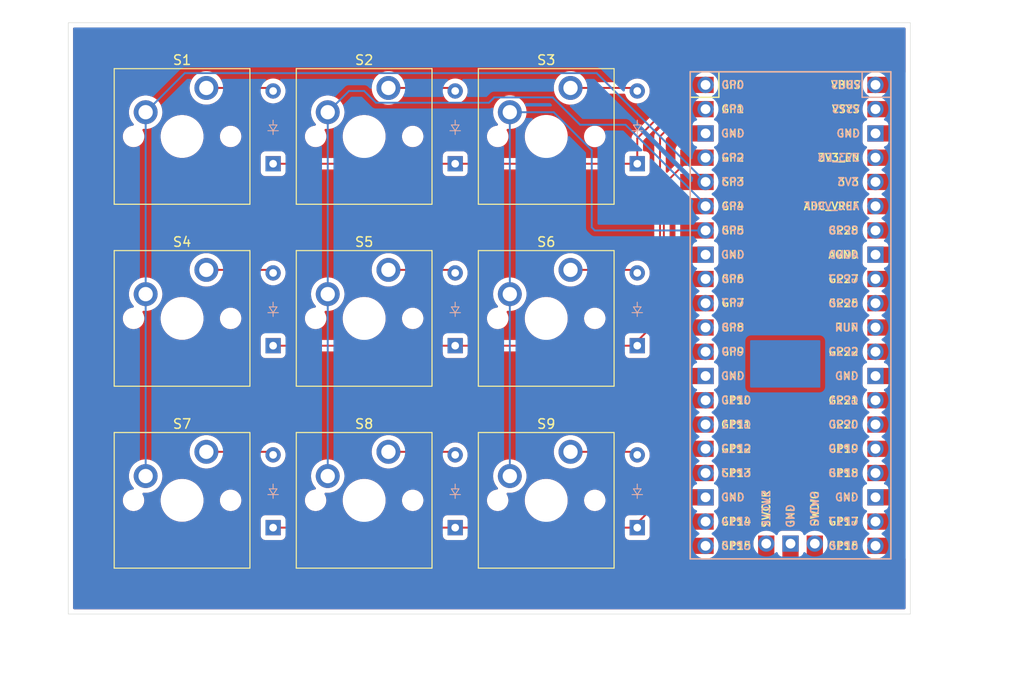
<source format=kicad_pcb>
(kicad_pcb (version 20240108) (generator "pcbnew") (generator_version "8.0")
  (layers (0 "F.Cu" signal) (31 "B.Cu" signal) (34 "B.Paste" user) (35 "F.Paste" user) (36 "B.SilkS" user "B.Silkscreen") (37 "F.SilkS" user "F.Silkscreen") (38 "B.Mask" user) (39 "F.Mask" user) (44 "Edge.Cuts" user))
  (net 0 "")
  (net 1 "row0")
  (net 2 "Net-(D1-A)")
  (net 3 "Net-(D2-A)")
  (net 4 "Net-(D3-A)")
  (net 5 "row1")
  (net 6 "Net-(D4-A)")
  (net 7 "Net-(D5-A)")
  (net 8 "Net-(D6-A)")
  (net 9 "row2")
  (net 10 "Net-(D7-A)")
  (net 11 "Net-(D8-A)")
  (net 12 "Net-(D9-A)")
  (net 13 "col0")
  (net 14 "col1")
  (net 15 "col2")
  (footprint "ScottoKeebs_MX:MX_PCB_1.00u" (layer "F.Cu") (at 173.37 95.10625)
    (property "Reference" "S6" (at 0 -8 0) (layer "F.SilkS"))
    (property "Value" "Keyswitch")
    (fp_line (start -7.1 -7.1) (end -7.1 7.1) (stroke (width 0.12)) (layer "F.SilkS"))
    (fp_line (start -7.1 7.1) (end 7.1 7.1) (stroke (width 0.12)) (layer "F.SilkS"))
    (fp_line (start 7.1 -7.1) (end -7.1 -7.1) (stroke (width 0.12)) (layer "F.SilkS"))
    (fp_line (start 7.1 7.1) (end 7.1 -7.1) (stroke (width 0.12)) (layer "F.SilkS"))
    (pad "" np_thru_hole circle (at -5.08 0) (size 1.75 1.75) (drill 1.75) (layers "*.Cu" "*.Mask"))
    (pad "" np_thru_hole circle (at 0 0) (size 4 4) (drill 4) (layers "*.Cu" "*.Mask"))
    (pad "" np_thru_hole circle (at 5.08 0) (size 1.75 1.75) (drill 1.75) (layers "*.Cu" "*.Mask"))
    (pad "1" thru_hole circle (at -3.81 -2.54) (size 2.5 2.5) (drill 1.5) (layers "*.Cu" "*.Mask") (net 15 "col2"))
    (pad "2" thru_hole circle (at 2.54 -5.08) (size 2.5 2.5) (drill 1.5) (layers "*.Cu" "*.Mask") (net 8 "Net-(D6-A)"))
  )
  (footprint "ScottoKeebs_MX:MX_PCB_1.00u" (layer "F.Cu") (at 154.32 114.15625)
    (property "Reference" "S8" (at 0 -8 0) (layer "F.SilkS"))
    (property "Value" "Keyswitch")
    (fp_line (start -7.1 -7.1) (end -7.1 7.1) (stroke (width 0.12)) (layer "F.SilkS"))
    (fp_line (start -7.1 7.1) (end 7.1 7.1) (stroke (width 0.12)) (layer "F.SilkS"))
    (fp_line (start 7.1 -7.1) (end -7.1 -7.1) (stroke (width 0.12)) (layer "F.SilkS"))
    (fp_line (start 7.1 7.1) (end 7.1 -7.1) (stroke (width 0.12)) (layer "F.SilkS"))
    (pad "" np_thru_hole circle (at -5.08 0) (size 1.75 1.75) (drill 1.75) (layers "*.Cu" "*.Mask"))
    (pad "" np_thru_hole circle (at 0 0) (size 4 4) (drill 4) (layers "*.Cu" "*.Mask"))
    (pad "" np_thru_hole circle (at 5.08 0) (size 1.75 1.75) (drill 1.75) (layers "*.Cu" "*.Mask"))
    (pad "1" thru_hole circle (at -3.81 -2.54) (size 2.5 2.5) (drill 1.5) (layers "*.Cu" "*.Mask") (net 14 "col1"))
    (pad "2" thru_hole circle (at 2.54 -5.08) (size 2.5 2.5) (drill 1.5) (layers "*.Cu" "*.Mask") (net 11 "Net-(D8-A)"))
  )
  (footprint "ScottoKeebs_MX:MX_PCB_1.00u" (layer "F.Cu") (at 135.27 76.05625)
    (property "Reference" "S1" (at 0 -8 0) (layer "F.SilkS"))
    (property "Value" "Keyswitch")
    (fp_line (start -7.1 -7.1) (end -7.1 7.1) (stroke (width 0.12)) (layer "F.SilkS"))
    (fp_line (start -7.1 7.1) (end 7.1 7.1) (stroke (width 0.12)) (layer "F.SilkS"))
    (fp_line (start 7.1 -7.1) (end -7.1 -7.1) (stroke (width 0.12)) (layer "F.SilkS"))
    (fp_line (start 7.1 7.1) (end 7.1 -7.1) (stroke (width 0.12)) (layer "F.SilkS"))
    (pad "" np_thru_hole circle (at -5.08 0) (size 1.75 1.75) (drill 1.75) (layers "*.Cu" "*.Mask"))
    (pad "" np_thru_hole circle (at 0 0) (size 4 4) (drill 4) (layers "*.Cu" "*.Mask"))
    (pad "" np_thru_hole circle (at 5.08 0) (size 1.75 1.75) (drill 1.75) (layers "*.Cu" "*.Mask"))
    (pad "1" thru_hole circle (at -3.81 -2.54) (size 2.5 2.5) (drill 1.5) (layers "*.Cu" "*.Mask") (net 13 "col0"))
    (pad "2" thru_hole circle (at 2.54 -5.08) (size 2.5 2.5) (drill 1.5) (layers "*.Cu" "*.Mask") (net 2 "Net-(D1-A)"))
  )
  (footprint "ScottoKeebs_MX:MX_PCB_1.00u" (layer "F.Cu") (at 154.32 95.10625)
    (property "Reference" "S5" (at 0 -8 0) (layer "F.SilkS"))
    (property "Value" "Keyswitch")
    (fp_line (start -7.1 -7.1) (end -7.1 7.1) (stroke (width 0.12)) (layer "F.SilkS"))
    (fp_line (start -7.1 7.1) (end 7.1 7.1) (stroke (width 0.12)) (layer "F.SilkS"))
    (fp_line (start 7.1 -7.1) (end -7.1 -7.1) (stroke (width 0.12)) (layer "F.SilkS"))
    (fp_line (start 7.1 7.1) (end 7.1 -7.1) (stroke (width 0.12)) (layer "F.SilkS"))
    (pad "" np_thru_hole circle (at -5.08 0) (size 1.75 1.75) (drill 1.75) (layers "*.Cu" "*.Mask"))
    (pad "" np_thru_hole circle (at 0 0) (size 4 4) (drill 4) (layers "*.Cu" "*.Mask"))
    (pad "" np_thru_hole circle (at 5.08 0) (size 1.75 1.75) (drill 1.75) (layers "*.Cu" "*.Mask"))
    (pad "1" thru_hole circle (at -3.81 -2.54) (size 2.5 2.5) (drill 1.5) (layers "*.Cu" "*.Mask") (net 14 "col1"))
    (pad "2" thru_hole circle (at 2.54 -5.08) (size 2.5 2.5) (drill 1.5) (layers "*.Cu" "*.Mask") (net 7 "Net-(D5-A)"))
  )
  (footprint "ScottoKeebs_MX:MX_PCB_1.00u" (layer "F.Cu") (at 154.32 76.05625)
    (property "Reference" "S2" (at 0 -8 0) (layer "F.SilkS"))
    (property "Value" "Keyswitch")
    (fp_line (start -7.1 -7.1) (end -7.1 7.1) (stroke (width 0.12)) (layer "F.SilkS"))
    (fp_line (start -7.1 7.1) (end 7.1 7.1) (stroke (width 0.12)) (layer "F.SilkS"))
    (fp_line (start 7.1 -7.1) (end -7.1 -7.1) (stroke (width 0.12)) (layer "F.SilkS"))
    (fp_line (start 7.1 7.1) (end 7.1 -7.1) (stroke (width 0.12)) (layer "F.SilkS"))
    (pad "" np_thru_hole circle (at -5.08 0) (size 1.75 1.75) (drill 1.75) (layers "*.Cu" "*.Mask"))
    (pad "" np_thru_hole circle (at 0 0) (size 4 4) (drill 4) (layers "*.Cu" "*.Mask"))
    (pad "" np_thru_hole circle (at 5.08 0) (size 1.75 1.75) (drill 1.75) (layers "*.Cu" "*.Mask"))
    (pad "1" thru_hole circle (at -3.81 -2.54) (size 2.5 2.5) (drill 1.5) (layers "*.Cu" "*.Mask") (net 14 "col1"))
    (pad "2" thru_hole circle (at 2.54 -5.08) (size 2.5 2.5) (drill 1.5) (layers "*.Cu" "*.Mask") (net 3 "Net-(D2-A)"))
  )
  (footprint "ScottoKeebs_MX:MX_PCB_1.00u" (layer "F.Cu") (at 173.37 76.05625)
    (property "Reference" "S3" (at 0 -8 0) (layer "F.SilkS"))
    (property "Value" "Keyswitch")
    (fp_line (start -7.1 -7.1) (end -7.1 7.1) (stroke (width 0.12)) (layer "F.SilkS"))
    (fp_line (start -7.1 7.1) (end 7.1 7.1) (stroke (width 0.12)) (layer "F.SilkS"))
    (fp_line (start 7.1 -7.1) (end -7.1 -7.1) (stroke (width 0.12)) (layer "F.SilkS"))
    (fp_line (start 7.1 7.1) (end 7.1 -7.1) (stroke (width 0.12)) (layer "F.SilkS"))
    (pad "" np_thru_hole circle (at -5.08 0) (size 1.75 1.75) (drill 1.75) (layers "*.Cu" "*.Mask"))
    (pad "" np_thru_hole circle (at 0 0) (size 4 4) (drill 4) (layers "*.Cu" "*.Mask"))
    (pad "" np_thru_hole circle (at 5.08 0) (size 1.75 1.75) (drill 1.75) (layers "*.Cu" "*.Mask"))
    (pad "1" thru_hole circle (at -3.81 -2.54) (size 2.5 2.5) (drill 1.5) (layers "*.Cu" "*.Mask") (net 15 "col2"))
    (pad "2" thru_hole circle (at 2.54 -5.08) (size 2.5 2.5) (drill 1.5) (layers "*.Cu" "*.Mask") (net 4 "Net-(D3-A)"))
  )
  (footprint "ScottoKeebs_MCU:Raspberry_Pi_Pico" (layer "F.Cu") (at 198.92875 94.78875)
    (property "Reference" "U1" (hide yes))
    (property "Value" "Raspberry_Pi_Pico" (hide yes))
    (fp_line (start -10.5 -25.5) (end -10.5 25.5) (stroke (width 0.15)) (layer "B.SilkS"))
    (fp_line (start -10.5 25.5) (end 10.5 25.5) (stroke (width 0.15)) (layer "B.SilkS"))
    (fp_line (start 7.493 -22.833) (end 7.493 -25.5) (stroke (width 0.15)) (layer "B.SilkS"))
    (fp_line (start 10.5 -25.5) (end -10.5 -25.5) (stroke (width 0.15)) (layer "B.SilkS"))
    (fp_line (start 10.5 -25.5) (end 10.5 25.5) (stroke (width 0.15)) (layer "B.SilkS"))
    (fp_line (start 10.5 -22.833) (end 7.493 -22.833) (stroke (width 0.15)) (layer "B.SilkS"))
    (fp_line (start -10.5 -25.5) (end -10.5 25.5) (stroke (width 0.15)) (layer "F.SilkS"))
    (fp_line (start -10.5 -25.5) (end 10.5 -25.5) (stroke (width 0.15)) (layer "F.SilkS"))
    (fp_line (start -10.5 -22.833) (end -7.493 -22.833) (stroke (width 0.15)) (layer "F.SilkS"))
    (fp_line (start -7.493 -22.833) (end -7.493 -25.5) (stroke (width 0.15)) (layer "F.SilkS"))
    (fp_line (start 10.5 -25.5) (end 10.5 25.5) (stroke (width 0.15)) (layer "F.SilkS"))
    (fp_line (start 10.5 25.5) (end -10.5 25.5) (stroke (width 0.15)) (layer "F.SilkS"))
    (fp_text user "GP17" (at 5.54 21.59 0) (layer "B.SilkS") (effects (font (size 0.8 0.8)) (justify mirror)))
    (fp_text user "VBUS" (at 5.79 -24.13 0) (layer "B.SilkS") (effects (font (size 0.8 0.8)) (justify mirror)))
    (fp_text user "GP14" (at -5.69 21.59 0) (layer "B.SilkS") (effects (font (size 0.8 0.8)) (justify mirror)))
    (fp_text user "GND" (at -6.04 6.35 0) (layer "B.SilkS") (effects (font (size 0.8 0.8)) (justify mirror)))
    (fp_text user "GP28" (at 5.54 -8.89 0) (layer "B.SilkS") (effects (font (size 0.8 0.8)) (justify mirror)))
    (fp_text user "ADC_VREF" (at 4.29 -11.43 0) (layer "B.SilkS") (effects (font (size 0.8 0.8)) (justify mirror)))
    (fp_text user "GP21" (at 5.54 8.9 0) (layer "B.SilkS") (effects (font (size 0.8 0.8)) (justify mirror)))
    (fp_text user "GP6" (at -6.04 -3.81 0) (layer "B.SilkS") (effects (font (size 0.8 0.8)) (justify mirror)))
    (fp_text user "GP19" (at 5.54 13.97 0) (layer "B.SilkS") (effects (font (size 0.8 0.8)) (justify mirror)))
    (fp_text user "GP2" (at -6.04 -16.51 0) (layer "B.SilkS") (effects (font (size 0.8 0.8)) (justify mirror)))
    (fp_text user "GND" (at 0 21 -90) (layer "B.SilkS") (effects (font (size 0.8 0.8)) (justify mirror)))
    (fp_text user "3V3_EN" (at 5.04 -16.51 0) (layer "B.SilkS") (effects (font (size 0.8 0.8)) (justify mirror)))
    (fp_text user "AGND" (at 5.54 -6.35 0) (layer "B.SilkS") (effects (font (size 0.8 0.8)) (justify mirror)))
    (fp_text user "GP11" (at -5.69 11.43 0) (layer "B.SilkS") (effects (font (size 0.8 0.8)) (justify mirror)))
    (fp_text user "GP8" (at -6.04 1.27 0) (layer "B.SilkS") (effects (font (size 0.8 0.8)) (justify mirror)))
    (fp_text user "GP0" (at -6.04 -24.13 0) (layer "B.SilkS") (effects (font (size 0.8 0.8)) (justify mirror)))
    (fp_text user "GP7" (at -6.04 -1.3 0) (layer "B.SilkS") (effects (font (size 0.8 0.8)) (justify mirror)))
    (fp_text user "GP20" (at 5.54 11.43 0) (layer "B.SilkS") (effects (font (size 0.8 0.8)) (justify mirror)))
    (fp_text user "GND" (at -6.04 -6.35 0) (layer "B.SilkS") (effects (font (size 0.8 0.8)) (justify mirror)))
    (fp_text user "GP9" (at -6.04 3.81 0) (layer "B.SilkS") (effects (font (size 0.8 0.8)) (justify mirror)))
    (fp_text user "GP22" (at 5.54 3.81 0) (layer "B.SilkS") (effects (font (size 0.8 0.8)) (justify mirror)))
    (fp_text user "3V3" (at 6.04 -13.97 0) (layer "B.SilkS") (effects (font (size 0.8 0.8)) (justify mirror)))
    (fp_text user "SWDIO" (at 2.54 20.25 -90) (layer "B.SilkS") (effects (font (size 0.8 0.8)) (justify mirror)))
    (fp_text user "GND" (at 6.04 -19.05 0) (layer "B.SilkS") (effects (font (size 0.8 0.8)) (justify mirror)))
    (fp_text user "GP15" (at -5.69 24.13 0) (layer "B.SilkS") (effects (font (size 0.8 0.8)) (justify mirror)))
    (fp_text user "GND" (at 5.89 19.05 0) (layer "B.SilkS") (effects (font (size 0.8 0.8)) (justify mirror)))
    (fp_text user "GP12" (at -5.69 13.97 0) (layer "B.SilkS") (effects (font (size 0.8 0.8)) (justify mirror)))
    (fp_text user "SWCLK" (at -2.54 20.25 -90) (layer "B.SilkS") (effects (font (size 0.8 0.8)) (justify mirror)))
    (fp_text user "GND" (at -6.04 19.05 0) (layer "B.SilkS") (effects (font (size 0.8 0.8)) (justify mirror)))
    (fp_text user "GND" (at -6.04 -19.05 0) (layer "B.SilkS") (effects (font (size 0.8 0.8)) (justify mirror)))
    (fp_text user "GP18" (at 5.54 16.51 0) (layer "B.SilkS") (effects (font (size 0.8 0.8)) (justify mirror)))
    (fp_text user "GP1" (at -6.04 -21.6 0) (layer "B.SilkS") (effects (font (size 0.8 0.8)) (justify mirror)))
    (fp_text user "GP16" (at 5.54 24.13 0) (layer "B.SilkS") (effects (font (size 0.8 0.8)) (justify mirror)))
    (fp_text user "GP27" (at 5.54 -3.8 0) (layer "B.SilkS") (effects (font (size 0.8 0.8)) (justify mirror)))
    (fp_text user "GND" (at 5.89 6.35 0) (layer "B.SilkS") (effects (font (size 0.8 0.8)) (justify mirror)))
    (fp_text user "GP4" (at -6.04 -11.43 0) (layer "B.SilkS") (effects (font (size 0.8 0.8)) (justify mirror)))
    (fp_text user "VSYS" (at 5.79 -21.59 0) (layer "B.SilkS") (effects (font (size 0.8 0.8)) (justify mirror)))
    (fp_text user "GP5" (at -6.04 -8.89 0) (layer "B.SilkS") (effects (font (size 0.8 0.8)) (justify mirror)))
    (fp_text user "GP3" (at -6.04 -13.97 0) (layer "B.SilkS") (effects (font (size 0.8 0.8)) (justify mirror)))
    (fp_text user "RUN" (at 5.89 1.27 0) (layer "B.SilkS") (effects (font (size 0.8 0.8)) (justify mirror)))
    (fp_text user "GP26" (at 5.54 -1.27 0) (layer "B.SilkS") (effects (font (size 0.8 0.8)) (justify mirror)))
    (fp_text user "GP10" (at -5.69 8.89 0) (layer "B.SilkS") (effects (font (size 0.8 0.8)) (justify mirror)))
    (fp_text user "GP13" (at -5.69 16.51 0) (layer "B.SilkS") (effects (font (size 0.8 0.8)) (justify mirror)))
    (fp_text user "SWDIO" (at 2.54 20.25 90) (layer "F.SilkS") (effects (font (size 0.8 0.8))))
    (fp_text user "GP5" (at -6.04 -8.89 0) (layer "F.SilkS") (effects (font (size 0.8 0.8))))
    (fp_text user "GP9" (at -6.04 3.81 0) (layer "F.SilkS") (effects (font (size 0.8 0.8))))
    (fp_text user "GP3" (at -6.04 -13.97 0) (layer "F.SilkS") (effects (font (size 0.8 0.8))))
    (fp_text user "VBUS" (at 5.79 -24.13 0) (layer "F.SilkS") (effects (font (size 0.8 0.8))))
    (fp_text user "GP1" (at -6.04 -21.6 0) (layer "F.SilkS") (effects (font (size 0.8 0.8))))
    (fp_text user "3V3" (at 6.04 -13.97 0) (layer "F.SilkS") (effects (font (size 0.8 0.8))))
    (fp_text user "GP12" (at -5.69 13.97 0) (layer "F.SilkS") (effects (font (size 0.8 0.8))))
    (fp_text user "GP10" (at -5.69 8.89 0) (layer "F.SilkS") (effects (font (size 0.8 0.8))))
    (fp_text user "GP21" (at 5.54 8.9 0) (layer "F.SilkS") (effects (font (size 0.8 0.8))))
    (fp_text user "GP0" (at -6.04 -24.13 0) (layer "F.SilkS") (effects (font (size 0.8 0.8))))
    (fp_text user "GP16" (at 5.54 24.13 0) (layer "F.SilkS") (effects (font (size 0.8 0.8))))
    (fp_text user "GP17" (at 5.54 21.59 0) (layer "F.SilkS") (effects (font (size 0.8 0.8))))
    (fp_text user "ADC_VREF" (at 4.29 -11.43 0) (layer "F.SilkS") (effects (font (size 0.8 0.8))))
    (fp_text user "AGND" (at 5.54 -6.35 0) (layer "F.SilkS") (effects (font (size 0.8 0.8))))
    (fp_text user "GND" (at -6.04 -19.05 0) (layer "F.SilkS") (effects (font (size 0.8 0.8))))
    (fp_text user "GND" (at 6.04 -19.05 0) (layer "F.SilkS") (effects (font (size 0.8 0.8))))
    (fp_text user "GND" (at -6.04 6.35 0) (layer "F.SilkS") (effects (font (size 0.8 0.8))))
    (fp_text user "GP19" (at 5.54 13.97 0) (layer "F.SilkS") (effects (font (size 0.8 0.8))))
    (fp_text user "GP13" (at -5.69 16.51 0) (layer "F.SilkS") (effects (font (size 0.8 0.8))))
    (fp_text user "GP20" (at 5.54 11.43 0) (layer "F.SilkS") (effects (font (size 0.8 0.8))))
    (fp_text user "GP26" (at 5.54 -1.27 0) (layer "F.SilkS") (effects (font (size 0.8 0.8))))
    (fp_text user "GP27" (at 5.54 -3.8 0) (layer "F.SilkS") (effects (font (size 0.8 0.8))))
    (fp_text user "GP2" (at -6.04 -16.51 0) (layer "F.SilkS") (effects (font (size 0.8 0.8))))
    (fp_text user "GP28" (at 5.54 -8.89 0) (layer "F.SilkS") (effects (font (size 0.8 0.8))))
    (fp_text user "RUN" (at 5.89 1.27 0) (layer "F.SilkS") (effects (font (size 0.8 0.8))))
    (fp_text user "3V3_EN" (at 5.04 -16.51 0) (layer "F.SilkS") (effects (font (size 0.8 0.8))))
    (fp_text user "GND" (at -6.04 19.05 0) (layer "F.SilkS") (effects (font (size 0.8 0.8))))
    (fp_text user "GP11" (at -5.69 11.43 0) (layer "F.SilkS") (effects (font (size 0.8 0.8))))
    (fp_text user "SWCLK" (at -2.54 20.25 90) (layer "F.SilkS") (effects (font (size 0.8 0.8))))
    (fp_text user "GND" (at -6.04 -6.35 0) (layer "F.SilkS") (effects (font (size 0.8 0.8))))
    (fp_text user "GP22" (at 5.54 3.81 0) (layer "F.SilkS") (effects (font (size 0.8 0.8))))
    (fp_text user "GND" (at 5.89 6.35 0) (layer "F.SilkS") (effects (font (size 0.8 0.8))))
    (fp_text user "VSYS" (at 5.79 -21.59 0) (layer "F.SilkS") (effects (font (size 0.8 0.8))))
    (fp_text user "GP6" (at -6.04 -3.81 0) (layer "F.SilkS") (effects (font (size 0.8 0.8))))
    (fp_text user "GP7" (at -6.04 -1.3 0) (layer "F.SilkS") (effects (font (size 0.8 0.8))))
    (fp_text user "GP14" (at -5.69 21.59 0) (layer "F.SilkS") (effects (font (size 0.8 0.8))))
    (fp_text user "GND" (at 0 21 90) (layer "F.SilkS") (effects (font (size 0.8 0.8))))
    (fp_text user "GP18" (at 5.54 16.51 0) (layer "F.SilkS") (effects (font (size 0.8 0.8))))
    (fp_text user "GP4" (at -6.04 -11.43 0) (layer "F.SilkS") (effects (font (size 0.8 0.8))))
    (fp_text user "GP15" (at -5.69 24.13 0) (layer "F.SilkS") (effects (font (size 0.8 0.8))))
    (fp_text user "GND" (at 5.89 19.05 0) (layer "F.SilkS") (effects (font (size 0.8 0.8))))
    (fp_text user "GP8" (at -6.04 1.27 0) (layer "F.SilkS") (effects (font (size 0.8 0.8))))
    (pad "1" thru_hole oval (at -8.89 -24.13) (size 1.7 1.7) (drill 1.02) (layers "*.Cu" "*.Mask") (net 1 "row0"))
    (pad "1" smd rect (at -8.89 -24.13) (size 3.5 1.7) (drill (offset -0.9 0)) (layers "F.Cu" "F.Mask") (net 1 "row0"))
    (pad "2" thru_hole oval (at -8.89 -21.59) (size 1.7 1.7) (drill 1.02) (layers "*.Cu" "*.Mask") (net 5 "row1"))
    (pad "2" smd rect (at -8.89 -21.59) (size 3.5 1.7) (drill (offset -0.9 0)) (layers "F.Cu" "F.Mask") (net 5 "row1"))
    (pad "3" thru_hole rect (at -8.89 -19.05) (size 1.7 1.7) (drill 1.02) (layers "*.Cu" "*.Mask"))
    (pad "3" smd rect (at -8.89 -19.05) (size 3.5 1.7) (drill (offset -0.9 0)) (layers "F.Cu" "F.Mask"))
    (pad "4" thru_hole oval (at -8.89 -16.51) (size 1.7 1.7) (drill 1.02) (layers "*.Cu" "*.Mask") (net 9 "row2"))
    (pad "4" smd rect (at -8.89 -16.51) (size 3.5 1.7) (drill (offset -0.9 0)) (layers "F.Cu" "F.Mask") (net 9 "row2"))
    (pad "5" thru_hole oval (at -8.89 -13.97) (size 1.7 1.7) (drill 1.02) (layers "*.Cu" "*.Mask") (net 13 "col0"))
    (pad "5" smd rect (at -8.89 -13.97) (size 3.5 1.7) (drill (offset -0.9 0)) (layers "F.Cu" "F.Mask") (net 13 "col0"))
    (pad "6" thru_hole oval (at -8.89 -11.43) (size 1.7 1.7) (drill 1.02) (layers "*.Cu" "*.Mask") (net 14 "col1"))
    (pad "6" smd rect (at -8.89 -11.43) (size 3.5 1.7) (drill (offset -0.9 0)) (layers "F.Cu" "F.Mask") (net 14 "col1"))
    (pad "7" thru_hole oval (at -8.89 -8.89) (size 1.7 1.7) (drill 1.02) (layers "*.Cu" "*.Mask") (net 15 "col2"))
    (pad "7" smd rect (at -8.89 -8.89) (size 3.5 1.7) (drill (offset -0.9 0)) (layers "F.Cu" "F.Mask") (net 15 "col2"))
    (pad "8" thru_hole rect (at -8.89 -6.35) (size 1.7 1.7) (drill 1.02) (layers "*.Cu" "*.Mask"))
    (pad "8" smd rect (at -8.89 -6.35) (size 3.5 1.7) (drill (offset -0.9 0)) (layers "F.Cu" "F.Mask"))
    (pad "9" thru_hole oval (at -8.89 -3.81) (size 1.7 1.7) (drill 1.02) (layers "*.Cu" "*.Mask"))
    (pad "9" smd rect (at -8.89 -3.81) (size 3.5 1.7) (drill (offset -0.9 0)) (layers "F.Cu" "F.Mask"))
    (pad "10" thru_hole oval (at -8.89 -1.27) (size 1.7 1.7) (drill 1.02) (layers "*.Cu" "*.Mask"))
    (pad "10" smd rect (at -8.89 -1.27) (size 3.5 1.7) (drill (offset -0.9 0)) (layers "F.Cu" "F.Mask"))
    (pad "11" thru_hole oval (at -8.89 1.27) (size 1.7 1.7) (drill 1.02) (layers "*.Cu" "*.Mask"))
    (pad "11" smd rect (at -8.89 1.27) (size 3.5 1.7) (drill (offset -0.9 0)) (layers "F.Cu" "F.Mask"))
    (pad "12" thru_hole oval (at -8.89 3.81) (size 1.7 1.7) (drill 1.02) (layers "*.Cu" "*.Mask"))
    (pad "12" smd rect (at -8.89 3.81) (size 3.5 1.7) (drill (offset -0.9 0)) (layers "F.Cu" "F.Mask"))
    (pad "13" thru_hole rect (at -8.89 6.35) (size 1.7 1.7) (drill 1.02) (layers "*.Cu" "*.Mask"))
    (pad "13" smd rect (at -8.89 6.35) (size 3.5 1.7) (drill (offset -0.9 0)) (layers "F.Cu" "F.Mask"))
    (pad "14" thru_hole oval (at -8.89 8.89) (size 1.7 1.7) (drill 1.02) (layers "*.Cu" "*.Mask"))
    (pad "14" smd rect (at -8.89 8.89) (size 3.5 1.7) (drill (offset -0.9 0)) (layers "F.Cu" "F.Mask"))
    (pad "15" thru_hole oval (at -8.89 11.43) (size 1.7 1.7) (drill 1.02) (layers "*.Cu" "*.Mask"))
    (pad "15" smd rect (at -8.89 11.43) (size 3.5 1.7) (drill (offset -0.9 0)) (layers "F.Cu" "F.Mask"))
    (pad "16" thru_hole oval (at -8.89 13.97) (size 1.7 1.7) (drill 1.02) (layers "*.Cu" "*.Mask"))
    (pad "16" smd rect (at -8.89 13.97) (size 3.5 1.7) (drill (offset -0.9 0)) (layers "F.Cu" "F.Mask"))
    (pad "17" thru_hole oval (at -8.89 16.51) (size 1.7 1.7) (drill 1.02) (layers "*.Cu" "*.Mask"))
    (pad "17" smd rect (at -8.89 16.51) (size 3.5 1.7) (drill (offset -0.9 0)) (layers "F.Cu" "F.Mask"))
    (pad "18" thru_hole rect (at -8.89 19.05) (size 1.7 1.7) (drill 1.02) (layers "*.Cu" "*.Mask"))
    (pad "18" smd rect (at -8.89 19.05) (size 3.5 1.7) (drill (offset -0.9 0)) (layers "F.Cu" "F.Mask"))
    (pad "19" thru_hole oval (at -8.89 21.59) (size 1.7 1.7) (drill 1.02) (layers "*.Cu" "*.Mask"))
    (pad "19" smd rect (at -8.89 21.59) (size 3.5 1.7) (drill (offset -0.9 0)) (layers "F.Cu" "F.Mask"))
    (pad "20" thru_hole oval (at -8.89 24.13) (size 1.7 1.7) (drill 1.02) (layers "*.Cu" "*.Mask"))
    (pad "20" smd rect (at -8.89 24.13) (size 3.5 1.7) (drill (offset -0.9 0)) (layers "F.Cu" "F.Mask"))
    (pad "21" thru_hole oval (at 8.89 24.13) (size 1.7 1.7) (drill 1.02) (layers "*.Cu" "*.Mask"))
    (pad "21" smd rect (at 8.89 24.13) (size 3.5 1.7) (drill (offset 0.9 0)) (layers "F.Cu" "F.Mask"))
    (pad "22" thru_hole oval (at 8.89 21.59) (size 1.7 1.7) (drill 1.02) (layers "*.Cu" "*.Mask"))
    (pad "22" smd rect (at 8.89 21.59) (size 3.5 1.7) (drill (offset 0.9 0)) (layers "F.Cu" "F.Mask"))
    (pad "23" thru_hole rect (at 8.89 19.05) (size 1.7 1.7) (drill 1.02) (layers "*.Cu" "*.Mask"))
    (pad "23" smd rect (at 8.89 19.05) (size 3.5 1.7) (drill (offset 0.9 0)) (layers "F.Cu" "F.Mask"))
    (pad "24" thru_hole oval (at 8.89 16.51) (size 1.7 1.7) (drill 1.02) (layers "*.Cu" "*.Mask"))
    (pad "24" smd rect (at 8.89 16.51) (size 3.5 1.7) (drill (offset 0.9 0)) (layers "F.Cu" "F.Mask"))
    (pad "25" thru_hole oval (at 8.89 13.97) (size 1.7 1.7) (drill 1.02) (layers "*.Cu" "*.Mask"))
    (pad "25" smd rect (at 8.89 13.97) (size 3.5 1.7) (drill (offset 0.9 0)) (layers "F.Cu" "F.Mask"))
    (pad "26" thru_hole oval (at 8.89 11.43) (size 1.7 1.7) (drill 1.02) (layers "*.Cu" "*.Mask"))
    (pad "26" smd rect (at 8.89 11.43) (size 3.5 1.7) (drill (offset 0.9 0)) (layers "F.Cu" "F.Mask"))
    (pad "27" thru_hole oval (at 8.89 8.89) (size 1.7 1.7) (drill 1.02) (layers "*.Cu" "*.Mask"))
    (pad "27" smd rect (at 8.89 8.89) (size 3.5 1.7) (drill (offset 0.9 0)) (layers "F.Cu" "F.Mask"))
    (pad "28" thru_hole rect (at 8.89 6.35) (size 1.7 1.7) (drill 1.02) (layers "*.Cu" "*.Mask"))
    (pad "28" smd rect (at 8.89 6.35) (size 3.5 1.7) (drill (offset 0.9 0)) (layers "F.Cu" "F.Mask"))
    (pad "29" thru_hole oval (at 8.89 3.81) (size 1.7 1.7) (drill 1.02) (layers "*.Cu" "*.Mask"))
    (pad "29" smd rect (at 8.89 3.81) (size 3.5 1.7) (drill (offset 0.9 0)) (layers "F.Cu" "F.Mask"))
    (pad "30" thru_hole oval (at 8.89 1.27) (size 1.7 1.7) (drill 1.02) (layers "*.Cu" "*.Mask"))
    (pad "30" smd rect (at 8.89 1.27) (size 3.5 1.7) (drill (offset 0.9 0)) (layers "F.Cu" "F.Mask"))
    (pad "31" thru_hole oval (at 8.89 -1.27) (size 1.7 1.7) (drill 1.02) (layers "*.Cu" "*.Mask"))
    (pad "31" smd rect (at 8.89 -1.27) (size 3.5 1.7) (drill (offset 0.9 0)) (layers "F.Cu" "F.Mask"))
    (pad "32" thru_hole oval (at 8.89 -3.81) (size 1.7 1.7) (drill 1.02) (layers "*.Cu" "*.Mask"))
    (pad "32" smd rect (at 8.89 -3.81) (size 3.5 1.7) (drill (offset 0.9 0)) (layers "F.Cu" "F.Mask"))
    (pad "33" thru_hole rect (at 8.89 -6.35) (size 1.7 1.7) (drill 1.02) (layers "*.Cu" "*.Mask"))
    (pad "33" smd rect (at 8.89 -6.35) (size 3.5 1.7) (drill (offset 0.9 0)) (layers "F.Cu" "F.Mask"))
    (pad "34" thru_hole oval (at 8.89 -8.89) (size 1.7 1.7) (drill 1.02) (layers "*.Cu" "*.Mask"))
    (pad "34" smd rect (at 8.89 -8.89) (size 3.5 1.7) (drill (offset 0.9 0)) (layers "F.Cu" "F.Mask"))
    (pad "35" thru_hole oval (at 8.89 -11.43) (size 1.7 1.7) (drill 1.02) (layers "*.Cu" "*.Mask"))
    (pad "35" smd rect (at 8.89 -11.43) (size 3.5 1.7) (drill (offset 0.9 0)) (layers "F.Cu" "F.Mask"))
    (pad "36" thru_hole oval (at 8.89 -13.97) (size 1.7 1.7) (drill 1.02) (layers "*.Cu" "*.Mask"))
    (pad "36" smd rect (at 8.89 -13.97) (size 3.5 1.7) (drill (offset 0.9 0)) (layers "F.Cu" "F.Mask"))
    (pad "37" thru_hole oval (at 8.89 -16.51) (size 1.7 1.7) (drill 1.02) (layers "*.Cu" "*.Mask"))
    (pad "37" smd rect (at 8.89 -16.51) (size 3.5 1.7) (drill (offset 0.9 0)) (layers "F.Cu" "F.Mask"))
    (pad "38" thru_hole rect (at 8.89 -19.05) (size 1.7 1.7) (drill 1.02) (layers "*.Cu" "*.Mask"))
    (pad "38" smd rect (at 8.89 -19.05) (size 3.5 1.7) (drill (offset 0.9 0)) (layers "F.Cu" "F.Mask"))
    (pad "39" thru_hole oval (at 8.89 -21.59) (size 1.7 1.7) (drill 1.02) (layers "*.Cu" "*.Mask"))
    (pad "39" smd rect (at 8.89 -21.59) (size 3.5 1.7) (drill (offset 0.9 0)) (layers "F.Cu" "F.Mask"))
    (pad "40" thru_hole oval (at 8.89 -24.13) (size 1.7 1.7) (drill 1.02) (layers "*.Cu" "*.Mask"))
    (pad "40" smd rect (at 8.89 -24.13) (size 3.5 1.7) (drill (offset 0.9 0)) (layers "F.Cu" "F.Mask"))
    (pad "41" thru_hole oval (at -2.54 23.9) (size 1.7 1.7) (drill 1.02) (layers "*.Cu" "*.Mask"))
    (pad "41" smd rect (at -2.54 23.9 90) (size 3.5 1.7) (drill (offset -0.9 0)) (layers "F.Cu" "F.Mask"))
    (pad "42" thru_hole rect (at 0 23.9) (size 1.7 1.7) (drill 1.02) (layers "*.Cu" "*.Mask"))
    (pad "42" smd rect (at 0 23.9 90) (size 3.5 1.7) (drill (offset -0.9 0)) (layers "F.Cu" "F.Mask"))
    (pad "43" thru_hole oval (at 2.54 23.9) (size 1.7 1.7) (drill 1.02) (layers "*.Cu" "*.Mask"))
    (pad "43" smd rect (at 2.54 23.9 90) (size 3.5 1.7) (drill (offset -0.9 0)) (layers "F.Cu" "F.Mask"))
  )
  (footprint "ScottoKeebs_MX:MX_PCB_1.00u" (layer "F.Cu") (at 135.27 95.10625)
    (property "Reference" "S4" (at 0 -8 0) (layer "F.SilkS"))
    (property "Value" "Keyswitch")
    (fp_line (start -7.1 -7.1) (end -7.1 7.1) (stroke (width 0.12)) (layer "F.SilkS"))
    (fp_line (start -7.1 7.1) (end 7.1 7.1) (stroke (width 0.12)) (layer "F.SilkS"))
    (fp_line (start 7.1 -7.1) (end -7.1 -7.1) (stroke (width 0.12)) (layer "F.SilkS"))
    (fp_line (start 7.1 7.1) (end 7.1 -7.1) (stroke (width 0.12)) (layer "F.SilkS"))
    (pad "" np_thru_hole circle (at -5.08 0) (size 1.75 1.75) (drill 1.75) (layers "*.Cu" "*.Mask"))
    (pad "" np_thru_hole circle (at 0 0) (size 4 4) (drill 4) (layers "*.Cu" "*.Mask"))
    (pad "" np_thru_hole circle (at 5.08 0) (size 1.75 1.75) (drill 1.75) (layers "*.Cu" "*.Mask"))
    (pad "1" thru_hole circle (at -3.81 -2.54) (size 2.5 2.5) (drill 1.5) (layers "*.Cu" "*.Mask") (net 13 "col0"))
    (pad "2" thru_hole circle (at 2.54 -5.08) (size 2.5 2.5) (drill 1.5) (layers "*.Cu" "*.Mask") (net 6 "Net-(D4-A)"))
  )
  (footprint "ScottoKeebs_MX:MX_PCB_1.00u" (layer "F.Cu") (at 135.27 114.15625)
    (property "Reference" "S7" (at 0 -8 0) (layer "F.SilkS"))
    (property "Value" "Keyswitch")
    (fp_line (start -7.1 -7.1) (end -7.1 7.1) (stroke (width 0.12)) (layer "F.SilkS"))
    (fp_line (start -7.1 7.1) (end 7.1 7.1) (stroke (width 0.12)) (layer "F.SilkS"))
    (fp_line (start 7.1 -7.1) (end -7.1 -7.1) (stroke (width 0.12)) (layer "F.SilkS"))
    (fp_line (start 7.1 7.1) (end 7.1 -7.1) (stroke (width 0.12)) (layer "F.SilkS"))
    (pad "" np_thru_hole circle (at -5.08 0) (size 1.75 1.75) (drill 1.75) (layers "*.Cu" "*.Mask"))
    (pad "" np_thru_hole circle (at 0 0) (size 4 4) (drill 4) (layers "*.Cu" "*.Mask"))
    (pad "" np_thru_hole circle (at 5.08 0) (size 1.75 1.75) (drill 1.75) (layers "*.Cu" "*.Mask"))
    (pad "1" thru_hole circle (at -3.81 -2.54) (size 2.5 2.5) (drill 1.5) (layers "*.Cu" "*.Mask") (net 13 "col0"))
    (pad "2" thru_hole circle (at 2.54 -5.08) (size 2.5 2.5) (drill 1.5) (layers "*.Cu" "*.Mask") (net 10 "Net-(D7-A)"))
  )
  (footprint "ScottoKeebs_MX:MX_PCB_1.00u" (layer "F.Cu") (at 173.37 114.15625)
    (property "Reference" "S9" (at 0 -8 0) (layer "F.SilkS"))
    (property "Value" "Keyswitch")
    (fp_line (start -7.1 -7.1) (end -7.1 7.1) (stroke (width 0.12)) (layer "F.SilkS"))
    (fp_line (start -7.1 7.1) (end 7.1 7.1) (stroke (width 0.12)) (layer "F.SilkS"))
    (fp_line (start 7.1 -7.1) (end -7.1 -7.1) (stroke (width 0.12)) (layer "F.SilkS"))
    (fp_line (start 7.1 7.1) (end 7.1 -7.1) (stroke (width 0.12)) (layer "F.SilkS"))
    (pad "" np_thru_hole circle (at -5.08 0) (size 1.75 1.75) (drill 1.75) (layers "*.Cu" "*.Mask"))
    (pad "" np_thru_hole circle (at 0 0) (size 4 4) (drill 4) (layers "*.Cu" "*.Mask"))
    (pad "" np_thru_hole circle (at 5.08 0) (size 1.75 1.75) (drill 1.75) (layers "*.Cu" "*.Mask"))
    (pad "1" thru_hole circle (at -3.81 -2.54) (size 2.5 2.5) (drill 1.5) (layers "*.Cu" "*.Mask") (net 15 "col2"))
    (pad "2" thru_hole circle (at 2.54 -5.08) (size 2.5 2.5) (drill 1.5) (layers "*.Cu" "*.Mask") (net 12 "Net-(D9-A)"))
  )
  (footprint "ScottoKeebs_Components:Diode_DO-35" (layer "B.Cu") (at 182.895 78.91375 90)
    (property "Reference" "D3" (hide yes))
    (property "Value" "Diode" (hide yes))
    (fp_line (start 3.46 -0.55) (end 3.46 0.55) (stroke (width 0.1)) (layer "B.SilkS"))
    (fp_line (start 4.06 -0.4) (end 4.06 0.4) (stroke (width 0.1)) (layer "B.SilkS"))
    (fp_line (start 4.56 0) (end 4.06 0) (stroke (width 0.1)) (layer "B.SilkS"))
    (fp_line (start 3.46 0) (end 4.06 -0.4) (stroke (width 0.1)) (layer "B.SilkS"))
    (fp_line (start 3.46 0) (end 3.06 0) (stroke (width 0.1)) (layer "B.SilkS"))
    (fp_line (start 4.06 0.4) (end 3.46 0) (stroke (width 0.1)) (layer "B.SilkS"))
    (pad "1" thru_hole rect (at 0 0 90) (size 1.6 1.6) (drill 0.8) (layers "*.Cu" "*.Mask") (net 1 "row0"))
    (pad "2" thru_hole oval (at 7.62 0 90) (size 1.6 1.6) (drill 0.8) (layers "*.Cu" "*.Mask") (net 4 "Net-(D3-A)"))
  )
  (footprint "ScottoKeebs_Components:Diode_DO-35" (layer "B.Cu") (at 163.845 78.91375 90)
    (property "Reference" "D2" (hide yes))
    (property "Value" "Diode" (hide yes))
    (fp_line (start 3.46 -0.55) (end 3.46 0.55) (stroke (width 0.1)) (layer "B.SilkS"))
    (fp_line (start 4.06 -0.4) (end 4.06 0.4) (stroke (width 0.1)) (layer "B.SilkS"))
    (fp_line (start 4.56 0) (end 4.06 0) (stroke (width 0.1)) (layer "B.SilkS"))
    (fp_line (start 3.46 0) (end 4.06 -0.4) (stroke (width 0.1)) (layer "B.SilkS"))
    (fp_line (start 3.46 0) (end 3.06 0) (stroke (width 0.1)) (layer "B.SilkS"))
    (fp_line (start 4.06 0.4) (end 3.46 0) (stroke (width 0.1)) (layer "B.SilkS"))
    (pad "1" thru_hole rect (at 0 0 90) (size 1.6 1.6) (drill 0.8) (layers "*.Cu" "*.Mask") (net 1 "row0"))
    (pad "2" thru_hole oval (at 7.62 0 90) (size 1.6 1.6) (drill 0.8) (layers "*.Cu" "*.Mask") (net 3 "Net-(D2-A)"))
  )
  (footprint "ScottoKeebs_Components:Diode_DO-35" (layer "B.Cu") (at 182.895 117.01375 90)
    (property "Reference" "D9" (hide yes))
    (property "Value" "Diode" (hide yes))
    (fp_line (start 3.46 -0.55) (end 3.46 0.55) (stroke (width 0.1)) (layer "B.SilkS"))
    (fp_line (start 4.06 -0.4) (end 4.06 0.4) (stroke (width 0.1)) (layer "B.SilkS"))
    (fp_line (start 4.56 0) (end 4.06 0) (stroke (width 0.1)) (layer "B.SilkS"))
    (fp_line (start 3.46 0) (end 4.06 -0.4) (stroke (width 0.1)) (layer "B.SilkS"))
    (fp_line (start 3.46 0) (end 3.06 0) (stroke (width 0.1)) (layer "B.SilkS"))
    (fp_line (start 4.06 0.4) (end 3.46 0) (stroke (width 0.1)) (layer "B.SilkS"))
    (pad "1" thru_hole rect (at 0 0 90) (size 1.6 1.6) (drill 0.8) (layers "*.Cu" "*.Mask") (net 9 "row2"))
    (pad "2" thru_hole oval (at 7.62 0 90) (size 1.6 1.6) (drill 0.8) (layers "*.Cu" "*.Mask") (net 12 "Net-(D9-A)"))
  )
  (footprint "ScottoKeebs_Components:Diode_DO-35" (layer "B.Cu") (at 144.795 117.01375 90)
    (property "Reference" "D7" (hide yes))
    (property "Value" "Diode" (hide yes))
    (fp_line (start 3.46 -0.55) (end 3.46 0.55) (stroke (width 0.1)) (layer "B.SilkS"))
    (fp_line (start 4.06 -0.4) (end 4.06 0.4) (stroke (width 0.1)) (layer "B.SilkS"))
    (fp_line (start 4.56 0) (end 4.06 0) (stroke (width 0.1)) (layer "B.SilkS"))
    (fp_line (start 3.46 0) (end 4.06 -0.4) (stroke (width 0.1)) (layer "B.SilkS"))
    (fp_line (start 3.46 0) (end 3.06 0) (stroke (width 0.1)) (layer "B.SilkS"))
    (fp_line (start 4.06 0.4) (end 3.46 0) (stroke (width 0.1)) (layer "B.SilkS"))
    (pad "1" thru_hole rect (at 0 0 90) (size 1.6 1.6) (drill 0.8) (layers "*.Cu" "*.Mask") (net 9 "row2"))
    (pad "2" thru_hole oval (at 7.62 0 90) (size 1.6 1.6) (drill 0.8) (layers "*.Cu" "*.Mask") (net 10 "Net-(D7-A)"))
  )
  (footprint "ScottoKeebs_Components:Diode_DO-35" (layer "B.Cu") (at 163.845 97.96375 90)
    (property "Reference" "D5" (hide yes))
    (property "Value" "Diode" (hide yes))
    (fp_line (start 3.46 -0.55) (end 3.46 0.55) (stroke (width 0.1)) (layer "B.SilkS"))
    (fp_line (start 4.06 -0.4) (end 4.06 0.4) (stroke (width 0.1)) (layer "B.SilkS"))
    (fp_line (start 4.56 0) (end 4.06 0) (stroke (width 0.1)) (layer "B.SilkS"))
    (fp_line (start 3.46 0) (end 4.06 -0.4) (stroke (width 0.1)) (layer "B.SilkS"))
    (fp_line (start 3.46 0) (end 3.06 0) (stroke (width 0.1)) (layer "B.SilkS"))
    (fp_line (start 4.06 0.4) (end 3.46 0) (stroke (width 0.1)) (layer "B.SilkS"))
    (pad "1" thru_hole rect (at 0 0 90) (size 1.6 1.6) (drill 0.8) (layers "*.Cu" "*.Mask") (net 5 "row1"))
    (pad "2" thru_hole oval (at 7.62 0 90) (size 1.6 1.6) (drill 0.8) (layers "*.Cu" "*.Mask") (net 7 "Net-(D5-A)"))
  )
  (footprint "ScottoKeebs_Components:Diode_DO-35" (layer "B.Cu") (at 144.795 78.91375 90)
    (property "Reference" "D1" (hide yes))
    (property "Value" "Diode" (hide yes))
    (fp_line (start 3.46 -0.55) (end 3.46 0.55) (stroke (width 0.1)) (layer "B.SilkS"))
    (fp_line (start 4.06 -0.4) (end 4.06 0.4) (stroke (width 0.1)) (layer "B.SilkS"))
    (fp_line (start 4.56 0) (end 4.06 0) (stroke (width 0.1)) (layer "B.SilkS"))
    (fp_line (start 3.46 0) (end 4.06 -0.4) (stroke (width 0.1)) (layer "B.SilkS"))
    (fp_line (start 3.46 0) (end 3.06 0) (stroke (width 0.1)) (layer "B.SilkS"))
    (fp_line (start 4.06 0.4) (end 3.46 0) (stroke (width 0.1)) (layer "B.SilkS"))
    (pad "1" thru_hole rect (at 0 0 90) (size 1.6 1.6) (drill 0.8) (layers "*.Cu" "*.Mask") (net 1 "row0"))
    (pad "2" thru_hole oval (at 7.62 0 90) (size 1.6 1.6) (drill 0.8) (layers "*.Cu" "*.Mask") (net 2 "Net-(D1-A)"))
  )
  (footprint "ScottoKeebs_Components:Diode_DO-35" (layer "B.Cu") (at 182.895 97.96375 90)
    (property "Reference" "D6" (hide yes))
    (property "Value" "Diode" (hide yes))
    (fp_line (start 3.46 -0.55) (end 3.46 0.55) (stroke (width 0.1)) (layer "B.SilkS"))
    (fp_line (start 4.06 -0.4) (end 4.06 0.4) (stroke (width 0.1)) (layer "B.SilkS"))
    (fp_line (start 4.56 0) (end 4.06 0) (stroke (width 0.1)) (layer "B.SilkS"))
    (fp_line (start 3.46 0) (end 4.06 -0.4) (stroke (width 0.1)) (layer "B.SilkS"))
    (fp_line (start 3.46 0) (end 3.06 0) (stroke (width 0.1)) (layer "B.SilkS"))
    (fp_line (start 4.06 0.4) (end 3.46 0) (stroke (width 0.1)) (layer "B.SilkS"))
    (pad "1" thru_hole rect (at 0 0 90) (size 1.6 1.6) (drill 0.8) (layers "*.Cu" "*.Mask") (net 5 "row1"))
    (pad "2" thru_hole oval (at 7.62 0 90) (size 1.6 1.6) (drill 0.8) (layers "*.Cu" "*.Mask") (net 8 "Net-(D6-A)"))
  )
  (footprint "ScottoKeebs_Components:Diode_DO-35" (layer "B.Cu") (at 163.845 117.01375 90)
    (property "Reference" "D8" (hide yes))
    (property "Value" "Diode" (hide yes))
    (fp_line (start 3.46 -0.55) (end 3.46 0.55) (stroke (width 0.1)) (layer "B.SilkS"))
    (fp_line (start 4.06 -0.4) (end 4.06 0.4) (stroke (width 0.1)) (layer "B.SilkS"))
    (fp_line (start 4.56 0) (end 4.06 0) (stroke (width 0.1)) (layer "B.SilkS"))
    (fp_line (start 3.46 0) (end 4.06 -0.4) (stroke (width 0.1)) (layer "B.SilkS"))
    (fp_line (start 3.46 0) (end 3.06 0) (stroke (width 0.1)) (layer "B.SilkS"))
    (fp_line (start 4.06 0.4) (end 3.46 0) (stroke (width 0.1)) (layer "B.SilkS"))
    (pad "1" thru_hole rect (at 0 0 90) (size 1.6 1.6) (drill 0.8) (layers "*.Cu" "*.Mask") (net 9 "row2"))
    (pad "2" thru_hole oval (at 7.62 0 90) (size 1.6 1.6) (drill 0.8) (layers "*.Cu" "*.Mask") (net 11 "Net-(D8-A)"))
  )
  (footprint "ScottoKeebs_Components:Diode_DO-35" (layer "B.Cu") (at 144.795 97.96375 90)
    (property "Reference" "D4" (hide yes))
    (property "Value" "Diode" (hide yes))
    (fp_line (start 3.46 -0.55) (end 3.46 0.55) (stroke (width 0.1)) (layer "B.SilkS"))
    (fp_line (start 4.06 -0.4) (end 4.06 0.4) (stroke (width 0.1)) (layer "B.SilkS"))
    (fp_line (start 4.56 0) (end 4.06 0) (stroke (width 0.1)) (layer "B.SilkS"))
    (fp_line (start 3.46 0) (end 4.06 -0.4) (stroke (width 0.1)) (layer "B.SilkS"))
    (fp_line (start 3.46 0) (end 3.06 0) (stroke (width 0.1)) (layer "B.SilkS"))
    (fp_line (start 4.06 0.4) (end 3.46 0) (stroke (width 0.1)) (layer "B.SilkS"))
    (pad "1" thru_hole rect (at 0 0 90) (size 1.6 1.6) (drill 0.8) (layers "*.Cu" "*.Mask") (net 5 "row1"))
    (pad "2" thru_hole oval (at 7.62 0 90) (size 1.6 1.6) (drill 0.8) (layers "*.Cu" "*.Mask") (net 6 "Net-(D4-A)"))
  )
  (gr_poly (pts (xy 194.80125 97.4875) (xy 201.945 97.4875) (xy 201.945 102.25) (xy 194.80125 102.25)) (stroke (width 0.2)) (fill solid) (layer "B.Cu"))
  (gr_rect (start 123.36375 64.15) (end 211.47 126.0625) (stroke (width 0.05)) (fill none) (layer "Edge.Cuts"))
  (segment (start 182.895 76.2425) (end 188.47875 70.65875) (width 0.2) (layer "F.Cu") (net 1))
  (segment (start 144.795 78.91375) (end 182.895 78.91375) (width 0.2) (layer "F.Cu") (net 1))
  (segment (start 182.895 78.91375) (end 182.895 76.2425) (width 0.2) (layer "F.Cu") (net 1))
  (segment (start 188.47875 70.65875) (end 190.03875 70.65875) (width 0.2) (layer "F.Cu") (net 1))
  (segment (start 144.4775 70.97625) (end 144.795 71.29375) (width 0.2) (layer "F.Cu") (net 2))
  (segment (start 137.81 70.97625) (end 144.4775 70.97625) (width 0.2) (layer "F.Cu") (net 2))
  (segment (start 156.86 70.97625) (end 163.5275 70.97625) (width 0.2) (layer "F.Cu") (net 3))
  (segment (start 163.5275 70.97625) (end 163.845 71.29375) (width 0.2) (layer "F.Cu") (net 3))
  (segment (start 175.91 70.97625) (end 182.5775 70.97625) (width 0.2) (layer "F.Cu") (net 4))
  (segment (start 182.5775 70.97625) (end 182.895 71.29375) (width 0.2) (layer "F.Cu") (net 4))
  (segment (start 185.27625 95.10625) (end 185.27625 76.05625) (width 0.2) (layer "F.Cu") (net 5))
  (segment (start 144.795 97.96375) (end 182.895 97.96375) (width 0.2) (layer "F.Cu") (net 5))
  (segment (start 188.13375 73.19875) (end 190.03875 73.19875) (width 0.2) (layer "F.Cu") (net 5))
  (segment (start 182.895 97.4875) (end 185.27625 95.10625) (width 0.2) (layer "F.Cu") (net 5))
  (segment (start 182.895 97.96375) (end 182.895 97.4875) (width 0.2) (layer "F.Cu") (net 5))
  (segment (start 185.27625 76.05625) (end 188.13375 73.19875) (width 0.2) (layer "F.Cu") (net 5))
  (segment (start 137.81 90.02625) (end 144.4775 90.02625) (width 0.2) (layer "F.Cu") (net 6))
  (segment (start 144.4775 90.02625) (end 144.795 90.34375) (width 0.2) (layer "F.Cu") (net 6))
  (segment (start 156.86 90.02625) (end 163.5275 90.02625) (width 0.2) (layer "F.Cu") (net 7))
  (segment (start 163.5275 90.02625) (end 163.845 90.34375) (width 0.2) (layer "F.Cu") (net 7))
  (segment (start 175.91 90.02625) (end 182.5775 90.02625) (width 0.2) (layer "F.Cu") (net 8))
  (segment (start 182.5775 90.02625) (end 182.895 90.34375) (width 0.2) (layer "F.Cu") (net 8))
  (segment (start 185.67625 113.75625) (end 185.67625 81.08125) (width 0.2) (layer "F.Cu") (net 9))
  (segment (start 185.67625 81.08125) (end 188.47875 78.27875) (width 0.2) (layer "F.Cu") (net 9))
  (segment (start 144.795 117.01375) (end 182.895 117.01375) (width 0.2) (layer "F.Cu") (net 9))
  (segment (start 182.895 117.01375) (end 182.895 116.5375) (width 0.2) (layer "F.Cu") (net 9))
  (segment (start 182.895 116.5375) (end 185.67625 113.75625) (width 0.2) (layer "F.Cu") (net 9))
  (segment (start 188.47875 78.27875) (end 190.03875 78.27875) (width 0.2) (layer "F.Cu") (net 9))
  (segment (start 137.81 109.07625) (end 144.4775 109.07625) (width 0.2) (layer "F.Cu") (net 10))
  (segment (start 144.4775 109.07625) (end 144.795 109.39375) (width 0.2) (layer "F.Cu") (net 10))
  (segment (start 156.86 109.07625) (end 163.5275 109.07625) (width 0.2) (layer "F.Cu") (net 11))
  (segment (start 163.5275 109.07625) (end 163.845 109.39375) (width 0.2) (layer "F.Cu") (net 11))
  (segment (start 182.5775 109.07625) (end 182.895 109.39375) (width 0.2) (layer "F.Cu") (net 12))
  (segment (start 175.91 109.07625) (end 182.5775 109.07625) (width 0.2) (layer "F.Cu") (net 12))
  (segment (start 131.46 73.51625) (end 135.55 69.42625) (width 0.2) (layer "B.Cu") (net 13))
  (segment (start 178.64625 69.42625) (end 190.03875 80.81875) (width 0.2) (layer "B.Cu") (net 13))
  (segment (start 131.46 73.51625) (end 131.46 111.61625) (width 0.2) (layer "B.Cu") (net 13))
  (segment (start 135.55 69.42625) (end 178.64625 69.42625) (width 0.2) (layer "B.Cu") (net 13))
  (segment (start 152.7325 71.29375) (end 154.32 71.29375) (width 0.2) (layer "B.Cu") (net 14))
  (segment (start 174.0425 71.96625) (end 176.9075 74.83125) (width 0.2) (layer "B.Cu") (net 14))
  (segment (start 154.32 71.29375) (end 155.5525 72.52625) (width 0.2) (layer "B.Cu") (net 14))
  (segment (start 167.935 71.96625) (end 174.0425 71.96625) (width 0.2) (layer "B.Cu") (net 14))
  (segment (start 150.51 111.61625) (end 150.51 73.51625) (width 0.2) (layer "B.Cu") (net 14))
  (segment (start 167.375 72.52625) (end 167.935 71.96625) (width 0.2) (layer "B.Cu") (net 14))
  (segment (start 181.67 74.83125) (end 190.03875 83.2) (width 0.2) (layer "B.Cu") (net 14))
  (segment (start 176.9075 74.83125) (end 181.67 74.83125) (width 0.2) (layer "B.Cu") (net 14))
  (segment (start 190.03875 83.2) (end 190.03875 83.35875) (width 0.2) (layer "B.Cu") (net 14))
  (segment (start 155.5525 72.52625) (end 167.375 72.52625) (width 0.2) (layer "B.Cu") (net 14))
  (segment (start 150.51 73.51625) (end 152.7325 71.29375) (width 0.2) (layer "B.Cu") (net 14))
  (segment (start 178.45 85.89875) (end 190.03875 85.89875) (width 0.2) (layer "B.Cu") (net 15))
  (segment (start 169.56 73.51625) (end 174.153402 73.51625) (width 0.2) (layer "B.Cu") (net 15))
  (segment (start 169.56 73.51625) (end 169.56 111.61625) (width 0.2) (layer "B.Cu") (net 15))
  (segment (start 178.1325 85.58125) (end 178.45 85.89875) (width 0.2) (layer "B.Cu") (net 15))
  (segment (start 178.1325 77.495348) (end 178.1325 85.58125) (width 0.2) (layer "B.Cu") (net 15))
  (segment (start 174.153402 73.51625) (end 178.1325 77.495348) (width 0.2) (layer "B.Cu") (net 15))
  (zone (net 0) (net_name "") (layers "F&B.Cu") (connect_pads (clearance 0.5)) (min_thickness 0.25) (fill yes (thermal_gap 0.5) (thermal_bridge_width 0.5) (island_removal_mode 1) (island_area_min 10))
    (polygon (pts (xy 116.22 133.20625) (xy 223.37625 133.20625) (xy 223.37625 61.76875) (xy 116.22 61.76875)))
  )
)
</source>
